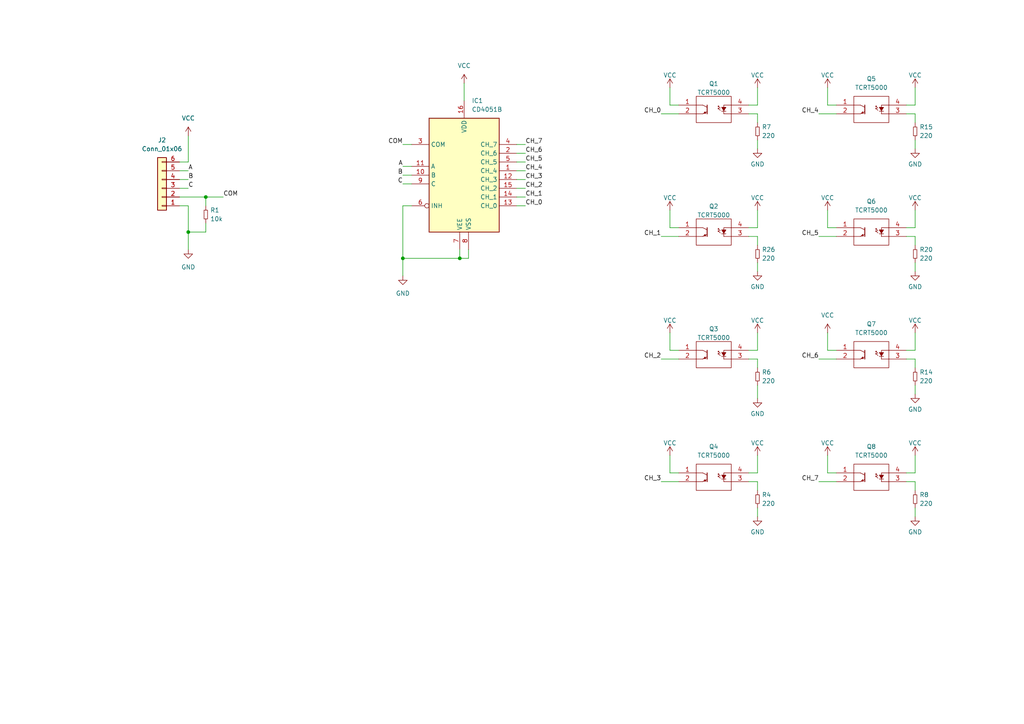
<source format=kicad_sch>
(kicad_sch (version 20231120) (generator "eeschema") (generator_version "8.0")
  (paper "A4")
  (lib_symbols
    (symbol "EESTN5:Conn_01x06" (pin_names (offset 1.016) hide)
      (property "Reference" "J" (at 0 7.62 0))
      (property "Value" "Conn_01x06" (at 0 -10.16 0))
      (symbol "Conn_01x06_1_1"
        (rectangle (start -1.27 -7.493) (end 0 -7.747) (stroke (width 0.1524)))
        (rectangle (start -1.27 -4.953) (end 0 -5.207) (stroke (width 0.1524)))
        (rectangle (start -1.27 -2.413) (end 0 -2.667) (stroke (width 0.1524)))
        (rectangle (start -1.27 0.127) (end 0 -0.127) (stroke (width 0.1524)))
        (rectangle (start -1.27 2.667) (end 0 2.413) (stroke (width 0.1524)))
        (rectangle (start -1.27 5.207) (end 0 4.953) (stroke (width 0.1524)))
        (rectangle (start -1.27 6.35) (end 1.27 -8.89) (stroke (width 0.254)) (fill (type background)))
        (pin passive line (at -5.08 5.08 0) (length 3.81) (name "Pin_1") (number "1"))
        (pin passive line (at -5.08 2.54 0) (length 3.81) (name "Pin_2") (number "2"))
        (pin passive line (at -5.08 0 0) (length 3.81) (name "Pin_3") (number "3"))
        (pin passive line (at -5.08 -2.54 0) (length 3.81) (name "Pin_4") (number "4"))
        (pin passive line (at -5.08 -5.08 0) (length 3.81) (name "Pin_5") (number "5"))
        (pin passive line (at -5.08 -7.62 0) (length 3.81) (name "Pin_6") (number "6"))
      )
    )
    (symbol "EESTN5:R" (pin_numbers hide) (pin_names (offset 0))
      (property "Reference" "R" (at -1.27 0 90))
      (property "Value" "R" (at 1.27 0 90))
      (symbol "R_0_1"
        (rectangle (start 0.508 1.27) (end -0.508 -1.27))
      )
      (symbol "R_1_1"
        (pin passive line (at 0 2.54 270) (length 1.27) (name "~") (number "1"))
        (pin passive line (at 0 -2.54 90) (length 1.27) (name "~") (number "2"))
      )
    )
    (symbol "GND_1" (power) (pin_numbers hide) (pin_names (offset 0) hide)
      (property "Value" "GND" (at 0 -3.81 0))
      (symbol "GND_1_0_1"
        (polyline (pts (xy 0 0) (xy 0 -1.27) (xy 1.27 -1.27) (xy 0 -2.54) (xy -1.27 -1.27) (xy 0 -1.27)))
      )
      (symbol "GND_1_1_1"
        (pin power_in line (at 0 0 270) (length 0) (name "~") (number "1"))
      )
    )
    (symbol "GND_2" (power) (pin_numbers hide) (pin_names (offset 0) hide)
      (property "Value" "GND" (at 0 -3.81 0))
      (symbol "GND_2_0_1"
        (polyline (pts (xy 0 0) (xy 0 -1.27) (xy 1.27 -1.27) (xy 0 -2.54) (xy -1.27 -1.27) (xy 0 -1.27)))
      )
      (symbol "GND_2_1_1"
        (pin power_in line (at 0 0 270) (length 0) (name "~") (number "1"))
      )
    )
    (symbol "Logic_Gate:CD4051B"
      (property "Reference" "IC" (at 5.08 -17.78 0))
      (property "Value" "CD4051B" (at 5.08 -20.32 0))
      (symbol "CD4051B_1_1"
        (rectangle (start -10.16 16.51) (end 10.16 -16.51) (stroke (width 0.254)) (fill (type background)))
        (pin passive line (at 15.24 1.27 180) (length 5.08) (name "CH_4") (number "1"))
        (pin passive line (at -15.24 0 0) (length 5.08) (name "B") (number "10"))
        (pin passive line (at -15.24 2.54 0) (length 5.08) (name "A") (number "11"))
        (pin passive line (at 15.24 -1.27 180) (length 5.08) (name "CH_3") (number "12"))
        (pin passive line (at 15.24 -8.89 180) (length 5.08) (name "CH_0") (number "13"))
        (pin passive line (at 15.24 -6.35 180) (length 5.08) (name "CH_1") (number "14"))
        (pin passive line (at 15.24 -3.81 180) (length 5.08) (name "CH_2") (number "15"))
        (pin passive line (at 0 21.59 270) (length 5.08) (name "VDD") (number "16"))
        (pin passive line (at 15.24 6.35 180) (length 5.08) (name "CH_6") (number "2"))
        (pin passive line (at -15.24 8.89 0) (length 5.08) (name "COM") (number "3"))
        (pin passive line (at 15.24 8.89 180) (length 5.08) (name "CH_7") (number "4"))
        (pin passive line (at 15.24 3.81 180) (length 5.08) (name "CH_5") (number "5"))
        (pin passive inverted (at -15.24 -8.89 0) (length 5.08) (name "INH") (number "6"))
        (pin passive line (at -1.27 -21.59 90) (length 5.08) (name "VEE") (number "7"))
        (pin passive line (at 1.27 -21.59 90) (length 5.08) (name "VSS") (number "8"))
        (pin passive line (at -15.24 -2.54 0) (length 5.08) (name "C") (number "9"))
      )
    )
    (symbol "R_1" (pin_numbers hide) (pin_names (offset 0))
      (property "Reference" "R" (at -1.27 0 90))
      (property "Value" "R" (at 1.27 0 90))
      (symbol "R_1_0_1"
        (rectangle (start 0.508 1.27) (end -0.508 -1.27))
      )
      (symbol "R_1_1_1"
        (pin passive line (at 0 2.54 270) (length 1.27) (name "~") (number "1"))
        (pin passive line (at 0 -2.54 90) (length 1.27) (name "~") (number "2"))
      )
    )
    (symbol "TCRT5000_1" (pin_names (offset 0.762) hide)
      (property "Reference" "Q" (at 6.35 8.89 0))
      (property "Value" "TCRT5000_1" (at 6.35 6.35 0))
      (symbol "TCRT5000_1_0_0"
        (pin passive line (at -10.16 1.27 0) (length 5.08) (name "C") (number "1"))
        (pin passive line (at -10.16 -1.27 0) (length 5.08) (name "E") (number "2"))
        (pin passive line (at 10.16 -1.27 180) (length 5.08) (name "K") (number "3"))
        (pin passive line (at 10.16 1.27 180) (length 5.08) (name "A") (number "4"))
      )
      (symbol "TCRT5000_1_0_1"
        (polyline (pts (xy -3.175 -1.27) (xy -5.08 -1.27)) (stroke (width 0.1524)))
        (polyline (pts (xy -3.175 1.27) (xy -5.08 1.27)) (stroke (width 0.1524)))
        (polyline (pts (xy -1.905 -1.27) (xy -1.905 1.27)) (stroke (width 0.254)))
        (polyline (pts (xy -1.905 -0.635) (xy -3.175 -1.27)) (stroke (width 0.1524)))
        (polyline (pts (xy -1.905 0.635) (xy -3.175 1.27)) (stroke (width 0.1524)))
        (polyline (pts (xy 1.397 0.254) (xy 1.905 -0.254)) (stroke (width 0.1524)))
        (polyline (pts (xy 1.397 0.889) (xy 1.905 0.381)) (stroke (width 0.1524)))
        (polyline (pts (xy 2.286 -0.508) (xy 3.556 -0.508)) (stroke (width 0.1524)))
        (polyline (pts (xy 2.921 -0.508) (xy 2.921 -1.27)) (stroke (width 0.1524)))
        (polyline (pts (xy 5.08 -1.27) (xy 2.921 -1.27)) (stroke (width 0.1524)))
        (polyline (pts (xy 5.08 1.27) (xy 2.921 1.27) (xy 2.921 0.635)) (stroke (width 0.1524)))
        (polyline (pts (xy -5.08 3.81) (xy 5.08 3.81) (xy 5.08 -3.81) (xy -5.08 -3.81) (xy -5.08 3.81)) (stroke (width 0.1524)))
        (polyline (pts (xy -2.286 -1.143) (xy -2.54 -0.635) (xy -2.921 -1.143) (xy -2.286 -1.143) (xy -2.54 -0.635)) (fill (type outline)))
        (polyline (pts (xy 1.397 0.254) (xy 1.27 0.127) (xy 1.27 0.381) (xy 1.524 0.381) (xy 1.397 0.254)) (stroke (width 0.1524)))
        (polyline (pts (xy 1.397 0.889) (xy 1.27 0.762) (xy 1.27 1.016) (xy 1.524 1.016) (xy 1.397 0.889)) (stroke (width 0.1524)))
        (polyline (pts (xy 3.556 0.635) (xy 2.286 0.635) (xy 2.921 -0.381) (xy 3.556 0.635) (xy 2.794 0)) (fill (type outline)))
      )
    )
    (symbol "VCC_1" (power) (pin_numbers hide) (pin_names (offset 0) hide)
      (property "Value" "VCC" (at 0 3.556 0))
      (symbol "VCC_1_0_1"
        (polyline (pts (xy -0.762 1.27) (xy 0 2.54)))
        (polyline (pts (xy 0 0) (xy 0 2.54)))
        (polyline (pts (xy 0 2.54) (xy 0.762 1.27)))
      )
      (symbol "VCC_1_1_1"
        (pin power_in line (at 0 0 90) (length 0) (name "~") (number "1"))
      )
    )
    (symbol "VCC_2" (power) (pin_numbers hide) (pin_names (offset 0) hide)
      (property "Value" "VCC" (at 0 3.556 0))
      (symbol "VCC_2_0_1"
        (polyline (pts (xy -0.762 1.27) (xy 0 2.54)))
        (polyline (pts (xy 0 0) (xy 0 2.54)))
        (polyline (pts (xy 0 2.54) (xy 0.762 1.27)))
      )
      (symbol "VCC_2_1_1"
        (pin power_in line (at 0 0 90) (length 0) (name "~") (number "1"))
      )
    )
    (symbol "VCC_3" (power) (pin_numbers hide) (pin_names (offset 0) hide)
      (property "Value" "VCC" (at 0 3.556 0))
      (symbol "VCC_3_0_1"
        (polyline (pts (xy -0.762 1.27) (xy 0 2.54)))
        (polyline (pts (xy 0 0) (xy 0 2.54)))
        (polyline (pts (xy 0 2.54) (xy 0.762 1.27)))
      )
      (symbol "VCC_3_1_1"
        (pin power_in line (at 0 0 90) (length 0) (name "~") (number "1"))
      )
    )
    (symbol "power:GND" (power) (pin_names (offset 0))
      (property "Value" "GND" (at 0 -3.81 0))
      (symbol "GND_0_1"
        (polyline (pts (xy 0 0) (xy 0 -1.27) (xy 1.27 -1.27) (xy 0 -2.54) (xy -1.27 -1.27) (xy 0 -1.27)))
      )
      (symbol "GND_1_1"
        (pin power_in line (at 0 0 270) (length 0) hide (name "GND") (number "1"))
      )
    )
    (symbol "power:VCC" (power) (pin_names (offset 0))
      (property "Value" "VCC" (at 0 3.81 0))
      (symbol "VCC_0_1"
        (polyline (pts (xy -0.762 1.27) (xy 0 2.54)))
        (polyline (pts (xy 0 0) (xy 0 2.54)))
        (polyline (pts (xy 0 2.54) (xy 0.762 1.27)))
      )
      (symbol "VCC_1_1"
        (pin power_in line (at 0 0 90) (length 0) hide (name "VCC") (number "1"))
      )
    )
  )
  (junction (at 54.61 67.31))
  (junction (at 59.69 57.15))
  (junction (at 116.84 74.93))
  (junction (at 133.35 74.93))
  (wire (pts (xy 219.71 60.96) (xy 219.71 66.04)))
  (wire (pts (xy 265.43 76.2) (xy 265.43 78.74)))
  (wire (pts (xy 262.89 139.7) (xy 265.43 139.7)))
  (wire (pts (xy 237.49 139.7) (xy 242.57 139.7)))
  (wire (pts (xy 265.43 66.04) (xy 262.89 66.04)))
  (wire (pts (xy 217.17 33.02) (xy 219.71 33.02)))
  (wire (pts (xy 265.43 60.96) (xy 265.43 66.04)))
  (wire (pts (xy 191.77 68.58) (xy 196.85 68.58)))
  (wire (pts (xy 265.43 147.32) (xy 265.43 149.86)))
  (wire (pts (xy 265.43 33.02) (xy 265.43 35.56)))
  (wire (pts (xy 240.03 137.16) (xy 242.57 137.16)))
  (wire (pts (xy 149.86 52.07) (xy 152.4 52.07)))
  (wire (pts (xy 219.71 147.32) (xy 219.71 149.86)))
  (wire (pts (xy 219.71 96.52) (xy 219.71 101.6)))
  (wire (pts (xy 194.31 96.52) (xy 194.31 101.6)))
  (wire (pts (xy 265.43 68.58) (xy 265.43 71.12)))
  (wire (pts (xy 134.62 24.13) (xy 134.62 29.21)))
  (wire (pts (xy 52.07 49.53) (xy 54.61 49.53)))
  (wire (pts (xy 219.71 104.14) (xy 219.71 106.68)))
  (wire (pts (xy 237.49 104.14) (xy 242.57 104.14)))
  (wire (pts (xy 262.89 33.02) (xy 265.43 33.02)))
  (wire (pts (xy 219.71 40.64) (xy 219.71 43.18)))
  (wire (pts (xy 265.43 104.14) (xy 265.43 106.68)))
  (wire (pts (xy 217.17 68.58) (xy 219.71 68.58)))
  (wire (pts (xy 116.84 41.91) (xy 119.38 41.91)))
  (wire (pts (xy 219.71 101.6) (xy 217.17 101.6)))
  (wire (pts (xy 194.31 60.96) (xy 194.31 66.04)))
  (wire (pts (xy 219.71 30.48) (xy 217.17 30.48)))
  (wire (pts (xy 265.43 137.16) (xy 262.89 137.16)))
  (wire (pts (xy 240.03 66.04) (xy 242.57 66.04)))
  (wire (pts (xy 265.43 30.48) (xy 262.89 30.48)))
  (wire (pts (xy 54.61 67.31) (xy 54.61 59.69)))
  (wire (pts (xy 59.69 59.69) (xy 59.69 57.15)))
  (wire (pts (xy 265.43 132.08) (xy 265.43 137.16)))
  (wire (pts (xy 240.03 60.96) (xy 240.03 66.04)))
  (wire (pts (xy 237.49 33.02) (xy 242.57 33.02)))
  (wire (pts (xy 219.71 66.04) (xy 217.17 66.04)))
  (wire (pts (xy 219.71 25.4) (xy 219.71 30.48)))
  (wire (pts (xy 52.07 54.61) (xy 54.61 54.61)))
  (wire (pts (xy 265.43 96.52) (xy 265.43 101.6)))
  (wire (pts (xy 54.61 39.37) (xy 54.61 46.99)))
  (wire (pts (xy 240.03 25.4) (xy 240.03 30.48)))
  (wire (pts (xy 191.77 33.02) (xy 196.85 33.02)))
  (wire (pts (xy 265.43 111.76) (xy 265.43 114.3)))
  (wire (pts (xy 116.84 50.8) (xy 119.38 50.8)))
  (wire (pts (xy 149.86 41.91) (xy 152.4 41.91)))
  (wire (pts (xy 59.69 64.77) (xy 59.69 67.31)))
  (wire (pts (xy 116.84 59.69) (xy 116.84 74.93)))
  (wire (pts (xy 54.61 46.99) (xy 52.07 46.99)))
  (wire (pts (xy 133.35 74.93) (xy 135.89 74.93)))
  (wire (pts (xy 191.77 139.7) (xy 196.85 139.7)))
  (wire (pts (xy 240.03 96.52) (xy 240.03 101.6)))
  (wire (pts (xy 149.86 59.69) (xy 152.4 59.69)))
  (wire (pts (xy 194.31 66.04) (xy 196.85 66.04)))
  (wire (pts (xy 149.86 57.15) (xy 152.4 57.15)))
  (wire (pts (xy 217.17 139.7) (xy 219.71 139.7)))
  (wire (pts (xy 116.84 48.26) (xy 119.38 48.26)))
  (wire (pts (xy 265.43 25.4) (xy 265.43 30.48)))
  (wire (pts (xy 194.31 132.08) (xy 194.31 137.16)))
  (wire (pts (xy 219.71 132.08) (xy 219.71 137.16)))
  (wire (pts (xy 59.69 57.15) (xy 52.07 57.15)))
  (wire (pts (xy 135.89 74.93) (xy 135.89 72.39)))
  (wire (pts (xy 194.31 30.48) (xy 196.85 30.48)))
  (wire (pts (xy 219.71 68.58) (xy 219.71 71.12)))
  (wire (pts (xy 219.71 111.76) (xy 219.71 115.57)))
  (wire (pts (xy 149.86 44.45) (xy 152.4 44.45)))
  (wire (pts (xy 240.03 30.48) (xy 242.57 30.48)))
  (wire (pts (xy 194.31 137.16) (xy 196.85 137.16)))
  (wire (pts (xy 116.84 74.93) (xy 116.84 80.01)))
  (wire (pts (xy 219.71 137.16) (xy 217.17 137.16)))
  (wire (pts (xy 149.86 46.99) (xy 152.4 46.99)))
  (wire (pts (xy 237.49 68.58) (xy 242.57 68.58)))
  (wire (pts (xy 219.71 76.2) (xy 219.71 78.74)))
  (wire (pts (xy 54.61 72.39) (xy 54.61 67.31)))
  (wire (pts (xy 116.84 74.93) (xy 133.35 74.93)))
  (wire (pts (xy 52.07 52.07) (xy 54.61 52.07)))
  (wire (pts (xy 219.71 33.02) (xy 219.71 35.56)))
  (wire (pts (xy 133.35 72.39) (xy 133.35 74.93)))
  (wire (pts (xy 59.69 67.31) (xy 54.61 67.31)))
  (wire (pts (xy 217.17 104.14) (xy 219.71 104.14)))
  (wire (pts (xy 240.03 132.08) (xy 240.03 137.16)))
  (wire (pts (xy 262.89 104.14) (xy 265.43 104.14)))
  (wire (pts (xy 265.43 101.6) (xy 262.89 101.6)))
  (wire (pts (xy 149.86 49.53) (xy 152.4 49.53)))
  (wire (pts (xy 194.31 25.4) (xy 194.31 30.48)))
  (wire (pts (xy 59.69 57.15) (xy 64.77 57.15)))
  (wire (pts (xy 191.77 104.14) (xy 196.85 104.14)))
  (wire (pts (xy 265.43 40.64) (xy 265.43 43.18)))
  (wire (pts (xy 119.38 59.69) (xy 116.84 59.69)))
  (wire (pts (xy 149.86 54.61) (xy 152.4 54.61)))
  (wire (pts (xy 219.71 139.7) (xy 219.71 142.24)))
  (wire (pts (xy 116.84 53.34) (xy 119.38 53.34)))
  (wire (pts (xy 240.03 101.6) (xy 242.57 101.6)))
  (wire (pts (xy 262.89 68.58) (xy 265.43 68.58)))
  (wire (pts (xy 265.43 139.7) (xy 265.43 142.24)))
  (wire (pts (xy 194.31 101.6) (xy 196.85 101.6)))
  (wire (pts (xy 54.61 59.69) (xy 52.07 59.69)))
  (label "CH_3" (at 191.77 139.7 180))
  (label "CH_5" (at 237.49 68.58 180))
  (label "CH_0" (at 152.4 59.69 0))
  (label "C" (at 54.61 54.61 0))
  (label "COM" (at 64.77 57.15 0))
  (label "C" (at 116.84 53.34 180))
  (label "CH_4" (at 237.49 33.02 180))
  (label "CH_1" (at 191.77 68.58 180))
  (label "CH_3" (at 152.4 52.07 0))
  (label "CH_7" (at 152.4 41.91 0))
  (label "CH_4" (at 152.4 49.53 0))
  (label "CH_7" (at 237.49 139.7 180))
  (label "B" (at 54.61 52.07 0))
  (label "A" (at 116.84 48.26 180))
  (label "CH_6" (at 152.4 44.45 0))
  (label "B" (at 116.84 50.8 180))
  (label "CH_5" (at 152.4 46.99 0))
  (label "CH_1" (at 152.4 57.15 0))
  (label "CH_6" (at 237.49 104.14 180))
  (label "CH_2" (at 152.4 54.61 0))
  (label "CH_0" (at 191.77 33.02 180))
  (label "COM" (at 116.84 41.91 180))
  (label "A" (at 54.61 49.53 0))
  (label "CH_2" (at 191.77 104.14 180))
  (symbol (lib_name "TCRT5000_1") (lib_id "MacroLib:TCRT5000") (at 252.73 31.75 0) (unit 1)
    (property "Reference" "Q5" (at 252.73 22.86 0))
    (property "Value" "TCRT5000" (at 252.73 25.4 0))
    (property "Footprint" "MacroLib:TCRT5000L" (effects (hide yes)))
    (property "Datasheet" "http://www.vishay.com/docs/83760/tcrt5000.pdf" (effects (hide yes)))
    (property "Description" "VISHAY - TCRT5000. - SENSOR, OPTICAL, TRANSISTOR O/P" (effects (hide yes)))
    (property "Height" "6.8" (effects (hide yes)))
    (property "Manufacturer_Name" "Vishay" (effects (hide yes)))
    (property "Manufacturer_Part_Number" "TCRT5000" (effects (hide yes)))
    (property "Mouser Part Number" "782-TCRT5000" (effects (hide yes)))
    (property "Mouser Price/Stock" "https://www.mouser.co.uk/ProductDetail/Vishay-Semiconductors/TCRT5000?qs=glpcD2KT6uaaYldHGIIt5g%3D%3D" (effects (hide yes)))
    (property "Arrow Part Number" "TCRT5000" (effects (hide yes)))
    (property "Arrow Price/Stock" "https://www.arrow.com/en/products/tcrt5000/vishay?region=nac" (effects (hide yes)))
  )
  (symbol (lib_id "power:VCC") (at 219.71 60.96 0) (unit 1)
    (property "Reference" "#PWR017" (effects (hide yes)))
    (property "Value" "VCC" (at 219.71 57.3842 0))
  )
  (symbol (lib_id "EESTN5:R") (at 265.43 38.1 180) (unit 1)
    (property "Reference" "R15" (at 266.7 36.8299 0) (effects (justify right)))
    (property "Value" "220" (at 266.7 39.3699 0) (effects (justify right)))
    (property "Footprint" "MacroLib:RES0.3" (effects (hide yes)))
  )
  (symbol (lib_name "TCRT5000_1") (lib_id "MacroLib:TCRT5000") (at 207.01 31.75 0) (unit 1)
    (property "Reference" "Q1" (at 207.01 24.291 0))
    (property "Value" "TCRT5000" (at 207.01 26.8279 0))
    (property "Footprint" "MacroLib:TCRT5000L" (effects (hide yes)))
    (property "Datasheet" "http://www.vishay.com/docs/83760/tcrt5000.pdf" (effects (hide yes)))
    (property "Description" "VISHAY - TCRT5000. - SENSOR, OPTICAL, TRANSISTOR O/P" (effects (hide yes)))
    (property "Height" "6.8" (effects (hide yes)))
    (property "Manufacturer_Name" "Vishay" (effects (hide yes)))
    (property "Manufacturer_Part_Number" "TCRT5000" (effects (hide yes)))
    (property "Mouser Part Number" "782-TCRT5000" (effects (hide yes)))
    (property "Mouser Price/Stock" "https://www.mouser.co.uk/ProductDetail/Vishay-Semiconductors/TCRT5000?qs=glpcD2KT6uaaYldHGIIt5g%3D%3D" (effects (hide yes)))
    (property "Arrow Part Number" "TCRT5000" (effects (hide yes)))
    (property "Arrow Price/Stock" "https://www.arrow.com/en/products/tcrt5000/vishay?region=nac" (effects (hide yes)))
  )
  (symbol (lib_id "power:VCC") (at 194.31 60.96 0) (unit 1)
    (property "Reference" "#PWR010" (effects (hide yes)))
    (property "Value" "VCC" (at 194.31 57.3842 0))
  )
  (symbol (lib_id "power:VCC") (at 194.31 25.4 0) (unit 1)
    (property "Reference" "#PWR03" (effects (hide yes)))
    (property "Value" "VCC" (at 194.31 21.8242 0))
  )
  (symbol (lib_name "R_1") (lib_id "EESTN5:R") (at 59.69 62.23 0) (unit 1)
    (property "Reference" "R1" (at 60.96 60.9599 0) (effects (justify left)))
    (property "Value" "10k" (at 60.96 63.4999 0) (effects (justify left)))
    (property "Footprint" "MacroLib:RES0.3" (effects (hide yes)))
    (property "Description" "Resistor" (effects (hide yes)))
  )
  (symbol (lib_id "power:VCC") (at 265.43 132.08 0) (unit 1)
    (property "Reference" "#PWR028" (effects (hide yes)))
    (property "Value" "VCC" (at 265.43 128.5042 0))
  )
  (symbol (lib_id "power:VCC") (at 194.31 96.52 0) (unit 1)
    (property "Reference" "#PWR01" (effects (hide yes)))
    (property "Value" "VCC" (at 194.31 92.9442 0))
  )
  (symbol (lib_id "power:VCC") (at 265.43 25.4 0) (unit 1)
    (property "Reference" "#PWR016" (effects (hide yes)))
    (property "Value" "VCC" (at 265.43 21.8242 0))
  )
  (symbol (lib_id "power:VCC") (at 219.71 25.4 0) (unit 1)
    (property "Reference" "#PWR011" (effects (hide yes)))
    (property "Value" "VCC" (at 219.71 21.8242 0))
  )
  (symbol (lib_name "TCRT5000_1") (lib_id "MacroLib:TCRT5000") (at 207.01 67.31 0) (unit 1)
    (property "Reference" "Q2" (at 207.01 59.851 0))
    (property "Value" "TCRT5000" (at 207.01 62.3879 0))
    (property "Footprint" "MacroLib:TCRT5000L" (effects (hide yes)))
    (property "Datasheet" "http://www.vishay.com/docs/83760/tcrt5000.pdf" (effects (hide yes)))
    (property "Description" "VISHAY - TCRT5000. - SENSOR, OPTICAL, TRANSISTOR O/P" (effects (hide yes)))
    (property "Height" "6.8" (effects (hide yes)))
    (property "Manufacturer_Name" "Vishay" (effects (hide yes)))
    (property "Manufacturer_Part_Number" "TCRT5000" (effects (hide yes)))
    (property "Mouser Part Number" "782-TCRT5000" (effects (hide yes)))
    (property "Mouser Price/Stock" "https://www.mouser.co.uk/ProductDetail/Vishay-Semiconductors/TCRT5000?qs=glpcD2KT6uaaYldHGIIt5g%3D%3D" (effects (hide yes)))
    (property "Arrow Part Number" "TCRT5000" (effects (hide yes)))
    (property "Arrow Price/Stock" "https://www.arrow.com/en/products/tcrt5000/vishay?region=nac" (effects (hide yes)))
  )
  (symbol (lib_name "VCC_2") (lib_id "power:VCC") (at 134.62 24.13 0) (unit 1)
    (property "Reference" "#PWR031" (effects (hide yes)))
    (property "Value" "VCC" (at 134.62 19.05 0))
    (property "Description" "Power symbol creates a global label with name \"VCC\"" (effects (hide yes)))
  )
  (symbol (lib_id "power:VCC") (at 240.03 25.4 0) (unit 1)
    (property "Reference" "#PWR014" (effects (hide yes)))
    (property "Value" "VCC" (at 240.03 21.8242 0))
  )
  (symbol (lib_id "power:VCC") (at 240.03 60.96 0) (unit 1)
    (property "Reference" "#PWR07" (effects (hide yes)))
    (property "Value" "VCC" (at 240.03 57.3842 0))
  )
  (symbol (lib_id "power:GND") (at 265.43 114.3 0) (unit 1)
    (property "Reference" "#PWR020" (effects (hide yes)))
    (property "Value" "GND" (at 265.43 118.7434 0))
  )
  (symbol (lib_name "TCRT5000_1") (lib_id "MacroLib:TCRT5000") (at 207.01 102.87 0) (unit 1)
    (property "Reference" "Q3" (at 207.01 95.411 0))
    (property "Value" "TCRT5000" (at 207.01 97.9479 0))
    (property "Footprint" "MacroLib:TCRT5000L" (effects (hide yes)))
    (property "Datasheet" "http://www.vishay.com/docs/83760/tcrt5000.pdf" (effects (hide yes)))
    (property "Description" "VISHAY - TCRT5000. - SENSOR, OPTICAL, TRANSISTOR O/P" (effects (hide yes)))
    (property "Height" "6.8" (effects (hide yes)))
    (property "Manufacturer_Name" "Vishay" (effects (hide yes)))
    (property "Manufacturer_Part_Number" "TCRT5000" (effects (hide yes)))
    (property "Mouser Part Number" "782-TCRT5000" (effects (hide yes)))
    (property "Mouser Price/Stock" "https://www.mouser.co.uk/ProductDetail/Vishay-Semiconductors/TCRT5000?qs=glpcD2KT6uaaYldHGIIt5g%3D%3D" (effects (hide yes)))
    (property "Arrow Part Number" "TCRT5000" (effects (hide yes)))
    (property "Arrow Price/Stock" "https://www.arrow.com/en/products/tcrt5000/vishay?region=nac" (effects (hide yes)))
  )
  (symbol (lib_id "power:VCC") (at 265.43 96.52 0) (unit 1)
    (property "Reference" "#PWR012" (effects (hide yes)))
    (property "Value" "VCC" (at 265.43 92.9442 0))
  )
  (symbol (lib_id "EESTN5:R") (at 219.71 144.78 180) (unit 1)
    (property "Reference" "R4" (at 220.98 143.5099 0) (effects (justify right)))
    (property "Value" "220" (at 220.98 146.0499 0) (effects (justify right)))
    (property "Footprint" "MacroLib:RES0.3" (effects (hide yes)))
  )
  (symbol (lib_id "power:VCC") (at 219.71 132.08 0) (unit 1)
    (property "Reference" "#PWR023" (effects (hide yes)))
    (property "Value" "VCC" (at 219.71 128.5042 0))
  )
  (symbol (lib_name "TCRT5000_1") (lib_id "MacroLib:TCRT5000") (at 252.73 138.43 0) (unit 1)
    (property "Reference" "Q8" (at 252.73 129.54 0))
    (property "Value" "TCRT5000" (at 252.73 132.08 0))
    (property "Footprint" "MacroLib:TCRT5000L" (effects (hide yes)))
    (property "Datasheet" "http://www.vishay.com/docs/83760/tcrt5000.pdf" (effects (hide yes)))
    (property "Description" "VISHAY - TCRT5000. - SENSOR, OPTICAL, TRANSISTOR O/P" (effects (hide yes)))
    (property "Height" "6.8" (effects (hide yes)))
    (property "Manufacturer_Name" "Vishay" (effects (hide yes)))
    (property "Manufacturer_Part_Number" "TCRT5000" (effects (hide yes)))
    (property "Mouser Part Number" "782-TCRT5000" (effects (hide yes)))
    (property "Mouser Price/Stock" "https://www.mouser.co.uk/ProductDetail/Vishay-Semiconductors/TCRT5000?qs=glpcD2KT6uaaYldHGIIt5g%3D%3D" (effects (hide yes)))
    (property "Arrow Part Number" "TCRT5000" (effects (hide yes)))
    (property "Arrow Price/Stock" "https://www.arrow.com/en/products/tcrt5000/vishay?region=nac" (effects (hide yes)))
  )
  (symbol (lib_id "EESTN5:R") (at 219.71 38.1 180) (unit 1)
    (property "Reference" "R7" (at 220.98 36.8299 0) (effects (justify right)))
    (property "Value" "220" (at 220.98 39.3699 0) (effects (justify right)))
    (property "Footprint" "MacroLib:RES0.3" (effects (hide yes)))
  )
  (symbol (lib_id "power:GND") (at 219.71 115.57 0) (unit 1)
    (property "Reference" "#PWR08" (effects (hide yes)))
    (property "Value" "GND" (at 219.71 120.0134 0))
  )
  (symbol (lib_id "power:GND") (at 265.43 78.74 0) (unit 1)
    (property "Reference" "#PWR029" (effects (hide yes)))
    (property "Value" "GND" (at 265.43 83.1834 0))
  )
  (symbol (lib_id "power:GND") (at 219.71 78.74 0) (unit 1)
    (property "Reference" "#PWR040" (effects (hide yes)))
    (property "Value" "GND" (at 219.71 83.1834 0))
  )
  (symbol (lib_id "power:GND") (at 265.43 43.18 0) (unit 1)
    (property "Reference" "#PWR021" (effects (hide yes)))
    (property "Value" "GND" (at 265.43 47.6234 0))
  )
  (symbol (lib_id "power:GND") (at 265.43 149.86 0) (unit 1)
    (property "Reference" "#PWR030" (effects (hide yes)))
    (property "Value" "GND" (at 265.43 154.3034 0))
  )
  (symbol (lib_id "power:VCC") (at 219.71 96.52 0) (unit 1)
    (property "Reference" "#PWR05" (effects (hide yes)))
    (property "Value" "VCC" (at 219.71 92.9442 0))
  )
  (symbol (lib_name "GND_2") (lib_id "power:GND") (at 54.61 72.39 0) (unit 1)
    (property "Reference" "#PWR035" (effects (hide yes)))
    (property "Value" "GND" (at 54.61 77.47 0))
    (property "Description" "Power symbol creates a global label with name \"GND\" , ground" (effects (hide yes)))
  )
  (symbol (lib_id "power:GND") (at 219.71 43.18 0) (unit 1)
    (property "Reference" "#PWR09" (effects (hide yes)))
    (property "Value" "GND" (at 219.71 47.6234 0))
  )
  (symbol (lib_name "TCRT5000_1") (lib_id "MacroLib:TCRT5000") (at 207.01 138.43 0) (unit 1)
    (property "Reference" "Q4" (at 207.01 129.54 0))
    (property "Value" "TCRT5000" (at 207.01 132.08 0))
    (property "Footprint" "MacroLib:TCRT5000L" (effects (hide yes)))
    (property "Datasheet" "http://www.vishay.com/docs/83760/tcrt5000.pdf" (effects (hide yes)))
    (property "Description" "VISHAY - TCRT5000. - SENSOR, OPTICAL, TRANSISTOR O/P" (effects (hide yes)))
    (property "Height" "6.8" (effects (hide yes)))
    (property "Manufacturer_Name" "Vishay" (effects (hide yes)))
    (property "Manufacturer_Part_Number" "TCRT5000" (effects (hide yes)))
    (property "Mouser Part Number" "782-TCRT5000" (effects (hide yes)))
    (property "Mouser Price/Stock" "https://www.mouser.co.uk/ProductDetail/Vishay-Semiconductors/TCRT5000?qs=glpcD2KT6uaaYldHGIIt5g%3D%3D" (effects (hide yes)))
    (property "Arrow Part Number" "TCRT5000" (effects (hide yes)))
    (property "Arrow Price/Stock" "https://www.arrow.com/en/products/tcrt5000/vishay?region=nac" (effects (hide yes)))
  )
  (symbol (lib_id "EESTN5:Conn_01x06") (at 46.99 54.61 180) (unit 1)
    (property "Reference" "J2" (at 46.99 40.64 0))
    (property "Value" "Conn_01x06" (at 46.99 43.18 0))
    (property "Footprint" "MacroLib:Pin_Header_Wire_6" (effects (hide yes)))
    (property "Description" "Generic connector, single row, 01x06" (effects (hide yes)))
  )
  (symbol (lib_name "VCC_1") (lib_id "power:VCC") (at 240.03 96.52 0) (unit 1)
    (property "Reference" "#PWR06" (effects (hide yes)))
    (property "Value" "VCC" (at 240.03 91.44 0))
    (property "Description" "Power symbol creates a global label with name \"VCC\"" (effects (hide yes)))
  )
  (symbol (lib_id "EESTN5:R") (at 219.71 109.22 180) (unit 1)
    (property "Reference" "R6" (at 220.98 107.9499 0) (effects (justify right)))
    (property "Value" "220" (at 220.98 110.4899 0) (effects (justify right)))
    (property "Footprint" "MacroLib:RES0.3" (effects (hide yes)))
  )
  (symbol (lib_id "EESTN5:R") (at 219.71 73.66 180) (unit 1)
    (property "Reference" "R26" (at 220.98 72.3899 0) (effects (justify right)))
    (property "Value" "220" (at 220.98 74.9299 0) (effects (justify right)))
    (property "Footprint" "MacroLib:RES0.3" (effects (hide yes)))
  )
  (symbol (lib_id "power:VCC") (at 194.31 132.08 0) (unit 1)
    (property "Reference" "#PWR019" (effects (hide yes)))
    (property "Value" "VCC" (at 194.31 128.5042 0))
  )
  (symbol (lib_name "TCRT5000_1") (lib_id "MacroLib:TCRT5000") (at 252.73 67.31 0) (unit 1)
    (property "Reference" "Q6" (at 252.73 58.42 0))
    (property "Value" "TCRT5000" (at 252.73 60.96 0))
    (property "Footprint" "MacroLib:TCRT5000L" (effects (hide yes)))
    (property "Datasheet" "http://www.vishay.com/docs/83760/tcrt5000.pdf" (effects (hide yes)))
    (property "Description" "VISHAY - TCRT5000. - SENSOR, OPTICAL, TRANSISTOR O/P" (effects (hide yes)))
    (property "Height" "6.8" (effects (hide yes)))
    (property "Manufacturer_Name" "Vishay" (effects (hide yes)))
    (property "Manufacturer_Part_Number" "TCRT5000" (effects (hide yes)))
    (property "Mouser Part Number" "782-TCRT5000" (effects (hide yes)))
    (property "Mouser Price/Stock" "https://www.mouser.co.uk/ProductDetail/Vishay-Semiconductors/TCRT5000?qs=glpcD2KT6uaaYldHGIIt5g%3D%3D" (effects (hide yes)))
    (property "Arrow Part Number" "TCRT5000" (effects (hide yes)))
    (property "Arrow Price/Stock" "https://www.arrow.com/en/products/tcrt5000/vishay?region=nac" (effects (hide yes)))
  )
  (symbol (lib_name "GND_1") (lib_id "power:GND") (at 116.84 80.01 0) (unit 1)
    (property "Reference" "#PWR032" (effects (hide yes)))
    (property "Value" "GND" (at 116.84 85.09 0))
    (property "Description" "Power symbol creates a global label with name \"GND\" , ground" (effects (hide yes)))
  )
  (symbol (lib_id "EESTN5:R") (at 265.43 144.78 180) (unit 1)
    (property "Reference" "R8" (at 266.7 143.5099 0) (effects (justify right)))
    (property "Value" "220" (at 266.7 146.0499 0) (effects (justify right)))
    (property "Footprint" "MacroLib:RES0.3" (effects (hide yes)))
  )
  (symbol (lib_id "Logic_Gate:CD4051B") (at 134.62 50.8 0) (unit 1)
    (property "Reference" "IC1" (at 136.8141 29.21 0) (effects (justify left)))
    (property "Value" "CD4051B" (at 136.8141 31.75 0) (effects (justify left)))
    (property "Footprint" "MacroLib:DIP-16" (effects (hide yes)))
    (property "Datasheet" "https://www.ti.com/lit/ds/symlink/cd4051b.pdf?ts=1636432999310&ref_url=https%253A%252F%252Fwww.google.com%252F" (effects (hide yes)))
    (property "Description" "Analog Multiplexer Single 8:1 16-Pin CDIP Tube" (effects (hide yes)))
    (property "Manufacturer_Name" "Texas Instruments" (effects (hide yes)))
    (property "Arrow Price/Stock" "https://www.arrow.com/en/products/cd4051bf/texas-instruments?utm_currency=USD&region=europe" (effects (hide yes)))
  )
  (symbol (lib_id "EESTN5:R") (at 265.43 109.22 180) (unit 1)
    (property "Reference" "R14" (at 266.7 107.9499 0) (effects (justify right)))
    (property "Value" "220" (at 266.7 110.4899 0) (effects (justify right)))
    (property "Footprint" "MacroLib:RES0.3" (effects (hide yes)))
  )
  (symbol (lib_name "TCRT5000_1") (lib_id "MacroLib:TCRT5000") (at 252.73 102.87 0) (unit 1)
    (property "Reference" "Q7" (at 252.73 93.98 0))
    (property "Value" "TCRT5000" (at 252.73 96.52 0))
    (property "Footprint" "MacroLib:TCRT5000L" (effects (hide yes)))
    (property "Datasheet" "http://www.vishay.com/docs/83760/tcrt5000.pdf" (effects (hide yes)))
    (property "Description" "VISHAY - TCRT5000. - SENSOR, OPTICAL, TRANSISTOR O/P" (effects (hide yes)))
    (property "Height" "6.8" (effects (hide yes)))
    (property "Manufacturer_Name" "Vishay" (effects (hide yes)))
    (property "Manufacturer_Part_Number" "TCRT5000" (effects (hide yes)))
    (property "Mouser Part Number" "782-TCRT5000" (effects (hide yes)))
    (property "Mouser Price/Stock" "https://www.mouser.co.uk/ProductDetail/Vishay-Semiconductors/TCRT5000?qs=glpcD2KT6uaaYldHGIIt5g%3D%3D" (effects (hide yes)))
    (property "Arrow Part Number" "TCRT5000" (effects (hide yes)))
    (property "Arrow Price/Stock" "https://www.arrow.com/en/products/tcrt5000/vishay?region=nac" (effects (hide yes)))
  )
  (symbol (lib_id "power:VCC") (at 265.43 60.96 0) (unit 1)
    (property "Reference" "#PWR018" (effects (hide yes)))
    (property "Value" "VCC" (at 265.43 57.3842 0))
  )
  (symbol (lib_name "VCC_3") (lib_id "power:VCC") (at 54.61 39.37 0) (unit 1)
    (property "Reference" "#PWR034" (effects (hide yes)))
    (property "Value" "VCC" (at 54.61 34.29 0))
    (property "Description" "Power symbol creates a global label with name \"VCC\"" (effects (hide yes)))
  )
  (symbol (lib_id "power:GND") (at 219.71 149.86 0) (unit 1)
    (property "Reference" "#PWR025" (effects (hide yes)))
    (property "Value" "GND" (at 219.71 154.3034 0))
  )
  (symbol (lib_id "EESTN5:R") (at 265.43 73.66 0) (unit 1)
    (property "Reference" "R20" (at 266.7 72.3899 0) (effects (justify left)))
    (property "Value" "220" (at 266.7 74.9299 0) (effects (justify left)))
    (property "Footprint" "MacroLib:RES0.3" (effects (hide yes)))
  )
  (symbol (lib_id "power:VCC") (at 240.03 132.08 0) (unit 1)
    (property "Reference" "#PWR026" (effects (hide yes)))
    (property "Value" "VCC" (at 240.03 128.5042 0))
  )
)
</source>
